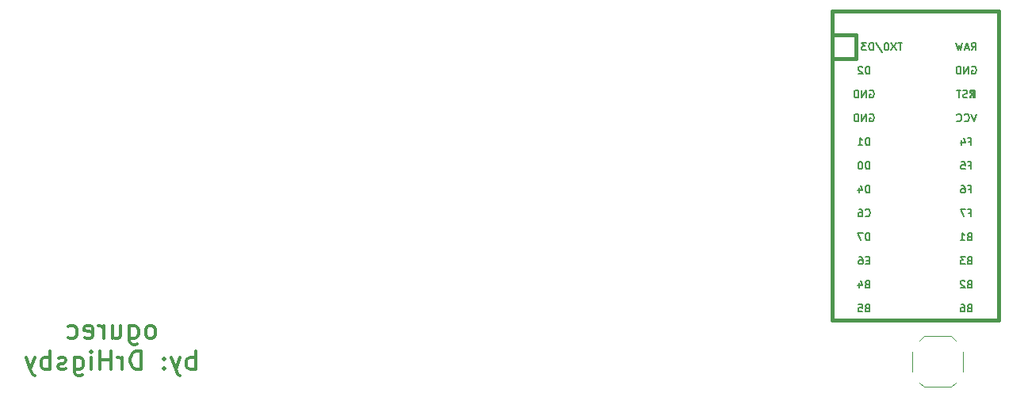
<source format=gbr>
%TF.GenerationSoftware,KiCad,Pcbnew,(5.1.9)-1*%
%TF.CreationDate,2021-06-01T11:31:06-07:00*%
%TF.ProjectId,ogurec,6f677572-6563-42e6-9b69-6361645f7063,rev?*%
%TF.SameCoordinates,Original*%
%TF.FileFunction,Legend,Bot*%
%TF.FilePolarity,Positive*%
%FSLAX46Y46*%
G04 Gerber Fmt 4.6, Leading zero omitted, Abs format (unit mm)*
G04 Created by KiCad (PCBNEW (5.1.9)-1) date 2021-06-01 11:31:06*
%MOMM*%
%LPD*%
G01*
G04 APERTURE LIST*
%ADD10C,0.350000*%
%ADD11C,0.120000*%
%ADD12C,0.381000*%
%ADD13C,0.150000*%
G04 APERTURE END LIST*
D10*
X158959014Y-75498341D02*
X159149490Y-75403103D01*
X159244728Y-75307865D01*
X159339966Y-75117389D01*
X159339966Y-74545960D01*
X159244728Y-74355484D01*
X159149490Y-74260246D01*
X158959014Y-74165008D01*
X158673300Y-74165008D01*
X158482823Y-74260246D01*
X158387585Y-74355484D01*
X158292347Y-74545960D01*
X158292347Y-75117389D01*
X158387585Y-75307865D01*
X158482823Y-75403103D01*
X158673300Y-75498341D01*
X158959014Y-75498341D01*
X156578061Y-74165008D02*
X156578061Y-75784056D01*
X156673300Y-75974532D01*
X156768538Y-76069770D01*
X156959014Y-76165008D01*
X157244728Y-76165008D01*
X157435204Y-76069770D01*
X156578061Y-75403103D02*
X156768538Y-75498341D01*
X157149490Y-75498341D01*
X157339966Y-75403103D01*
X157435204Y-75307865D01*
X157530442Y-75117389D01*
X157530442Y-74545960D01*
X157435204Y-74355484D01*
X157339966Y-74260246D01*
X157149490Y-74165008D01*
X156768538Y-74165008D01*
X156578061Y-74260246D01*
X154768538Y-74165008D02*
X154768538Y-75498341D01*
X155625680Y-74165008D02*
X155625680Y-75212627D01*
X155530442Y-75403103D01*
X155339966Y-75498341D01*
X155054252Y-75498341D01*
X154863776Y-75403103D01*
X154768538Y-75307865D01*
X153816157Y-75498341D02*
X153816157Y-74165008D01*
X153816157Y-74545960D02*
X153720919Y-74355484D01*
X153625680Y-74260246D01*
X153435204Y-74165008D01*
X153244728Y-74165008D01*
X151816157Y-75403103D02*
X152006633Y-75498341D01*
X152387585Y-75498341D01*
X152578061Y-75403103D01*
X152673300Y-75212627D01*
X152673300Y-74450722D01*
X152578061Y-74260246D01*
X152387585Y-74165008D01*
X152006633Y-74165008D01*
X151816157Y-74260246D01*
X151720919Y-74450722D01*
X151720919Y-74641199D01*
X152673300Y-74831675D01*
X150006633Y-75403103D02*
X150197109Y-75498341D01*
X150578061Y-75498341D01*
X150768538Y-75403103D01*
X150863776Y-75307865D01*
X150959014Y-75117389D01*
X150959014Y-74545960D01*
X150863776Y-74355484D01*
X150768538Y-74260246D01*
X150578061Y-74165008D01*
X150197109Y-74165008D01*
X150006633Y-74260246D01*
X163625680Y-78848341D02*
X163625680Y-76848341D01*
X163625680Y-77610246D02*
X163435204Y-77515008D01*
X163054252Y-77515008D01*
X162863776Y-77610246D01*
X162768538Y-77705484D01*
X162673300Y-77895960D01*
X162673300Y-78467389D01*
X162768538Y-78657865D01*
X162863776Y-78753103D01*
X163054252Y-78848341D01*
X163435204Y-78848341D01*
X163625680Y-78753103D01*
X162006633Y-77515008D02*
X161530442Y-78848341D01*
X161054252Y-77515008D02*
X161530442Y-78848341D01*
X161720919Y-79324532D01*
X161816157Y-79419770D01*
X162006633Y-79515008D01*
X160292347Y-78657865D02*
X160197109Y-78753103D01*
X160292347Y-78848341D01*
X160387585Y-78753103D01*
X160292347Y-78657865D01*
X160292347Y-78848341D01*
X160292347Y-77610246D02*
X160197109Y-77705484D01*
X160292347Y-77800722D01*
X160387585Y-77705484D01*
X160292347Y-77610246D01*
X160292347Y-77800722D01*
X157816157Y-78848341D02*
X157816157Y-76848341D01*
X157339966Y-76848341D01*
X157054252Y-76943580D01*
X156863776Y-77134056D01*
X156768538Y-77324532D01*
X156673300Y-77705484D01*
X156673300Y-77991199D01*
X156768538Y-78372151D01*
X156863776Y-78562627D01*
X157054252Y-78753103D01*
X157339966Y-78848341D01*
X157816157Y-78848341D01*
X155816157Y-78848341D02*
X155816157Y-77515008D01*
X155816157Y-77895960D02*
X155720919Y-77705484D01*
X155625680Y-77610246D01*
X155435204Y-77515008D01*
X155244728Y-77515008D01*
X154578061Y-78848341D02*
X154578061Y-76848341D01*
X154578061Y-77800722D02*
X153435204Y-77800722D01*
X153435204Y-78848341D02*
X153435204Y-76848341D01*
X152482823Y-78848341D02*
X152482823Y-77515008D01*
X152482823Y-76848341D02*
X152578061Y-76943580D01*
X152482823Y-77038818D01*
X152387585Y-76943580D01*
X152482823Y-76848341D01*
X152482823Y-77038818D01*
X150673300Y-77515008D02*
X150673300Y-79134056D01*
X150768538Y-79324532D01*
X150863776Y-79419770D01*
X151054252Y-79515008D01*
X151339966Y-79515008D01*
X151530442Y-79419770D01*
X150673300Y-78753103D02*
X150863776Y-78848341D01*
X151244728Y-78848341D01*
X151435204Y-78753103D01*
X151530442Y-78657865D01*
X151625680Y-78467389D01*
X151625680Y-77895960D01*
X151530442Y-77705484D01*
X151435204Y-77610246D01*
X151244728Y-77515008D01*
X150863776Y-77515008D01*
X150673300Y-77610246D01*
X149816157Y-78753103D02*
X149625680Y-78848341D01*
X149244728Y-78848341D01*
X149054252Y-78753103D01*
X148959014Y-78562627D01*
X148959014Y-78467389D01*
X149054252Y-78276913D01*
X149244728Y-78181675D01*
X149530442Y-78181675D01*
X149720919Y-78086437D01*
X149816157Y-77895960D01*
X149816157Y-77800722D01*
X149720919Y-77610246D01*
X149530442Y-77515008D01*
X149244728Y-77515008D01*
X149054252Y-77610246D01*
X148101871Y-78848341D02*
X148101871Y-76848341D01*
X148101871Y-77610246D02*
X147911395Y-77515008D01*
X147530442Y-77515008D01*
X147339966Y-77610246D01*
X147244728Y-77705484D01*
X147149490Y-77895960D01*
X147149490Y-78467389D01*
X147244728Y-78657865D01*
X147339966Y-78753103D01*
X147530442Y-78848341D01*
X147911395Y-78848341D01*
X148101871Y-78753103D01*
X146482823Y-77515008D02*
X146006633Y-78848341D01*
X145530442Y-77515008D02*
X146006633Y-78848341D01*
X146197109Y-79324532D01*
X146292347Y-79419770D01*
X146482823Y-79515008D01*
D11*
%TO.C,RESET1*%
X240167704Y-76946003D02*
X240167704Y-79026003D01*
X244337704Y-80706003D02*
X244827704Y-80216003D01*
X245607704Y-76946003D02*
X245607704Y-79026003D01*
X241437704Y-80706003D02*
X240947704Y-80216003D01*
X241437704Y-80706003D02*
X244337704Y-80706003D01*
X241437704Y-75266003D02*
X240947704Y-75756003D01*
X241437704Y-75266003D02*
X244337704Y-75266003D01*
X244337704Y-75266003D02*
X244827704Y-75756003D01*
D12*
%TO.C,PM1*%
X234156452Y-45640674D02*
X231616452Y-45640674D01*
X234156452Y-43100674D02*
X234156452Y-45640674D01*
D13*
G36*
X246551087Y-49389704D02*
G01*
X246551087Y-49489704D01*
X246651087Y-49489704D01*
X246651087Y-49389704D01*
X246551087Y-49389704D01*
G37*
X246551087Y-49389704D02*
X246551087Y-49489704D01*
X246651087Y-49489704D01*
X246651087Y-49389704D01*
X246551087Y-49389704D01*
G36*
X246751087Y-48989704D02*
G01*
X246751087Y-49789704D01*
X246851087Y-49789704D01*
X246851087Y-48989704D01*
X246751087Y-48989704D01*
G37*
X246751087Y-48989704D02*
X246751087Y-49789704D01*
X246851087Y-49789704D01*
X246851087Y-48989704D01*
X246751087Y-48989704D01*
G36*
X246351087Y-49589704D02*
G01*
X246351087Y-49789704D01*
X246451087Y-49789704D01*
X246451087Y-49589704D01*
X246351087Y-49589704D01*
G37*
X246351087Y-49589704D02*
X246351087Y-49789704D01*
X246451087Y-49789704D01*
X246451087Y-49589704D01*
X246351087Y-49589704D01*
G36*
X246351087Y-48989704D02*
G01*
X246351087Y-49289704D01*
X246451087Y-49289704D01*
X246451087Y-48989704D01*
X246351087Y-48989704D01*
G37*
X246351087Y-48989704D02*
X246351087Y-49289704D01*
X246451087Y-49289704D01*
X246451087Y-48989704D01*
X246351087Y-48989704D01*
G36*
X246351087Y-48989704D02*
G01*
X246351087Y-49089704D01*
X246851087Y-49089704D01*
X246851087Y-48989704D01*
X246351087Y-48989704D01*
G37*
X246351087Y-48989704D02*
X246351087Y-49089704D01*
X246851087Y-49089704D01*
X246851087Y-48989704D01*
X246351087Y-48989704D01*
D12*
X249396452Y-73580674D02*
X249396452Y-40560674D01*
X231616452Y-73580674D02*
X249396452Y-73580674D01*
X231616452Y-40560674D02*
X231616452Y-73580674D01*
X249396452Y-40560674D02*
X231616452Y-40560674D01*
X234156452Y-43100674D02*
X231616452Y-43100674D01*
D13*
X246079785Y-49754483D02*
X245965499Y-49792578D01*
X245775023Y-49792578D01*
X245698832Y-49754483D01*
X245660737Y-49716388D01*
X245622642Y-49640197D01*
X245622642Y-49564007D01*
X245660737Y-49487816D01*
X245698832Y-49449721D01*
X245775023Y-49411626D01*
X245927404Y-49373531D01*
X246003594Y-49335435D01*
X246041690Y-49297340D01*
X246079785Y-49221150D01*
X246079785Y-49144959D01*
X246041690Y-49068769D01*
X246003594Y-49030674D01*
X245927404Y-48992578D01*
X245736928Y-48992578D01*
X245622642Y-49030674D01*
X245394071Y-48992578D02*
X244936928Y-48992578D01*
X245165499Y-49792578D02*
X245165499Y-48992578D01*
X239125056Y-43932578D02*
X238667913Y-43932578D01*
X238896484Y-44732578D02*
X238896484Y-43932578D01*
X238477437Y-43932578D02*
X237944103Y-44732578D01*
X237944103Y-43932578D02*
X238477437Y-44732578D01*
X237486960Y-43932578D02*
X237410770Y-43932578D01*
X237334580Y-43970674D01*
X237296484Y-44008769D01*
X237258389Y-44084959D01*
X237220294Y-44237340D01*
X237220294Y-44427816D01*
X237258389Y-44580197D01*
X237296484Y-44656388D01*
X237334580Y-44694483D01*
X237410770Y-44732578D01*
X237486960Y-44732578D01*
X237563151Y-44694483D01*
X237601246Y-44656388D01*
X237639341Y-44580197D01*
X237677437Y-44427816D01*
X237677437Y-44237340D01*
X237639341Y-44084959D01*
X237601246Y-44008769D01*
X237563151Y-43970674D01*
X237486960Y-43932578D01*
X236306008Y-43894483D02*
X236991722Y-44923054D01*
X236039341Y-44732578D02*
X236039341Y-43932578D01*
X235848865Y-43932578D01*
X235734580Y-43970674D01*
X235658389Y-44046864D01*
X235620294Y-44123054D01*
X235582199Y-44275435D01*
X235582199Y-44389721D01*
X235620294Y-44542102D01*
X235658389Y-44618293D01*
X235734580Y-44694483D01*
X235848865Y-44732578D01*
X236039341Y-44732578D01*
X235315532Y-43932578D02*
X234820294Y-43932578D01*
X235086960Y-44237340D01*
X234972675Y-44237340D01*
X234896484Y-44275435D01*
X234858389Y-44313531D01*
X234820294Y-44389721D01*
X234820294Y-44580197D01*
X234858389Y-44656388D01*
X234896484Y-44694483D01*
X234972675Y-44732578D01*
X235201246Y-44732578D01*
X235277437Y-44694483D01*
X235315532Y-44656388D01*
X246291261Y-69713531D02*
X246176975Y-69751626D01*
X246138880Y-69789721D01*
X246100785Y-69865912D01*
X246100785Y-69980197D01*
X246138880Y-70056388D01*
X246176975Y-70094483D01*
X246253166Y-70132578D01*
X246557928Y-70132578D01*
X246557928Y-69332578D01*
X246291261Y-69332578D01*
X246215071Y-69370674D01*
X246176975Y-69408769D01*
X246138880Y-69484959D01*
X246138880Y-69561150D01*
X246176975Y-69637340D01*
X246215071Y-69675435D01*
X246291261Y-69713531D01*
X246557928Y-69713531D01*
X245796023Y-69408769D02*
X245757928Y-69370674D01*
X245681737Y-69332578D01*
X245491261Y-69332578D01*
X245415071Y-69370674D01*
X245376975Y-69408769D01*
X245338880Y-69484959D01*
X245338880Y-69561150D01*
X245376975Y-69675435D01*
X245834118Y-70132578D01*
X245338880Y-70132578D01*
X246234118Y-62093531D02*
X246500785Y-62093531D01*
X246500785Y-62512578D02*
X246500785Y-61712578D01*
X246119832Y-61712578D01*
X245891261Y-61712578D02*
X245357928Y-61712578D01*
X245700785Y-62512578D01*
X246234118Y-59553531D02*
X246500785Y-59553531D01*
X246500785Y-59972578D02*
X246500785Y-59172578D01*
X246119832Y-59172578D01*
X245472213Y-59172578D02*
X245624594Y-59172578D01*
X245700785Y-59210674D01*
X245738880Y-59248769D01*
X245815071Y-59363054D01*
X245853166Y-59515435D01*
X245853166Y-59820197D01*
X245815071Y-59896388D01*
X245776975Y-59934483D01*
X245700785Y-59972578D01*
X245548404Y-59972578D01*
X245472213Y-59934483D01*
X245434118Y-59896388D01*
X245396023Y-59820197D01*
X245396023Y-59629721D01*
X245434118Y-59553531D01*
X245472213Y-59515435D01*
X245548404Y-59477340D01*
X245700785Y-59477340D01*
X245776975Y-59515435D01*
X245815071Y-59553531D01*
X245853166Y-59629721D01*
X246234118Y-57013531D02*
X246500785Y-57013531D01*
X246500785Y-57432578D02*
X246500785Y-56632578D01*
X246119832Y-56632578D01*
X245434118Y-56632578D02*
X245815071Y-56632578D01*
X245853166Y-57013531D01*
X245815071Y-56975435D01*
X245738880Y-56937340D01*
X245548404Y-56937340D01*
X245472213Y-56975435D01*
X245434118Y-57013531D01*
X245396023Y-57089721D01*
X245396023Y-57280197D01*
X245434118Y-57356388D01*
X245472213Y-57394483D01*
X245548404Y-57432578D01*
X245738880Y-57432578D01*
X245815071Y-57394483D01*
X245853166Y-57356388D01*
X246519832Y-44732578D02*
X246786499Y-44351626D01*
X246976975Y-44732578D02*
X246976975Y-43932578D01*
X246672213Y-43932578D01*
X246596023Y-43970674D01*
X246557928Y-44008769D01*
X246519832Y-44084959D01*
X246519832Y-44199245D01*
X246557928Y-44275435D01*
X246596023Y-44313531D01*
X246672213Y-44351626D01*
X246976975Y-44351626D01*
X246215071Y-44504007D02*
X245834118Y-44504007D01*
X246291261Y-44732578D02*
X246024594Y-43932578D01*
X245757928Y-44732578D01*
X245567452Y-43932578D02*
X245376975Y-44732578D01*
X245224594Y-44161150D01*
X245072213Y-44732578D01*
X244881737Y-43932578D01*
X246576975Y-46510674D02*
X246653166Y-46472578D01*
X246767452Y-46472578D01*
X246881737Y-46510674D01*
X246957928Y-46586864D01*
X246996023Y-46663054D01*
X247034118Y-46815435D01*
X247034118Y-46929721D01*
X246996023Y-47082102D01*
X246957928Y-47158293D01*
X246881737Y-47234483D01*
X246767452Y-47272578D01*
X246691261Y-47272578D01*
X246576975Y-47234483D01*
X246538880Y-47196388D01*
X246538880Y-46929721D01*
X246691261Y-46929721D01*
X246196023Y-47272578D02*
X246196023Y-46472578D01*
X245738880Y-47272578D01*
X245738880Y-46472578D01*
X245357928Y-47272578D02*
X245357928Y-46472578D01*
X245167452Y-46472578D01*
X245053166Y-46510674D01*
X244976975Y-46586864D01*
X244938880Y-46663054D01*
X244900785Y-46815435D01*
X244900785Y-46929721D01*
X244938880Y-47082102D01*
X244976975Y-47158293D01*
X245053166Y-47234483D01*
X245167452Y-47272578D01*
X245357928Y-47272578D01*
X247034118Y-51552578D02*
X246767452Y-52352578D01*
X246500785Y-51552578D01*
X245776975Y-52276388D02*
X245815071Y-52314483D01*
X245929356Y-52352578D01*
X246005547Y-52352578D01*
X246119832Y-52314483D01*
X246196023Y-52238293D01*
X246234118Y-52162102D01*
X246272213Y-52009721D01*
X246272213Y-51895435D01*
X246234118Y-51743054D01*
X246196023Y-51666864D01*
X246119832Y-51590674D01*
X246005547Y-51552578D01*
X245929356Y-51552578D01*
X245815071Y-51590674D01*
X245776975Y-51628769D01*
X244976975Y-52276388D02*
X245015071Y-52314483D01*
X245129356Y-52352578D01*
X245205547Y-52352578D01*
X245319832Y-52314483D01*
X245396023Y-52238293D01*
X245434118Y-52162102D01*
X245472213Y-52009721D01*
X245472213Y-51895435D01*
X245434118Y-51743054D01*
X245396023Y-51666864D01*
X245319832Y-51590674D01*
X245205547Y-51552578D01*
X245129356Y-51552578D01*
X245015071Y-51590674D01*
X244976975Y-51628769D01*
X246234118Y-54473531D02*
X246500785Y-54473531D01*
X246500785Y-54892578D02*
X246500785Y-54092578D01*
X246119832Y-54092578D01*
X245472213Y-54359245D02*
X245472213Y-54892578D01*
X245662690Y-54054483D02*
X245853166Y-54625912D01*
X245357928Y-54625912D01*
X246291261Y-64633531D02*
X246176975Y-64671626D01*
X246138880Y-64709721D01*
X246100785Y-64785912D01*
X246100785Y-64900197D01*
X246138880Y-64976388D01*
X246176975Y-65014483D01*
X246253166Y-65052578D01*
X246557928Y-65052578D01*
X246557928Y-64252578D01*
X246291261Y-64252578D01*
X246215071Y-64290674D01*
X246176975Y-64328769D01*
X246138880Y-64404959D01*
X246138880Y-64481150D01*
X246176975Y-64557340D01*
X246215071Y-64595435D01*
X246291261Y-64633531D01*
X246557928Y-64633531D01*
X245338880Y-65052578D02*
X245796023Y-65052578D01*
X245567452Y-65052578D02*
X245567452Y-64252578D01*
X245643642Y-64366864D01*
X245719832Y-64443054D01*
X245796023Y-64481150D01*
X246291261Y-67173531D02*
X246176975Y-67211626D01*
X246138880Y-67249721D01*
X246100785Y-67325912D01*
X246100785Y-67440197D01*
X246138880Y-67516388D01*
X246176975Y-67554483D01*
X246253166Y-67592578D01*
X246557928Y-67592578D01*
X246557928Y-66792578D01*
X246291261Y-66792578D01*
X246215071Y-66830674D01*
X246176975Y-66868769D01*
X246138880Y-66944959D01*
X246138880Y-67021150D01*
X246176975Y-67097340D01*
X246215071Y-67135435D01*
X246291261Y-67173531D01*
X246557928Y-67173531D01*
X245834118Y-66792578D02*
X245338880Y-66792578D01*
X245605547Y-67097340D01*
X245491261Y-67097340D01*
X245415071Y-67135435D01*
X245376975Y-67173531D01*
X245338880Y-67249721D01*
X245338880Y-67440197D01*
X245376975Y-67516388D01*
X245415071Y-67554483D01*
X245491261Y-67592578D01*
X245719832Y-67592578D01*
X245796023Y-67554483D01*
X245834118Y-67516388D01*
X246291261Y-72253531D02*
X246176975Y-72291626D01*
X246138880Y-72329721D01*
X246100785Y-72405912D01*
X246100785Y-72520197D01*
X246138880Y-72596388D01*
X246176975Y-72634483D01*
X246253166Y-72672578D01*
X246557928Y-72672578D01*
X246557928Y-71872578D01*
X246291261Y-71872578D01*
X246215071Y-71910674D01*
X246176975Y-71948769D01*
X246138880Y-72024959D01*
X246138880Y-72101150D01*
X246176975Y-72177340D01*
X246215071Y-72215435D01*
X246291261Y-72253531D01*
X246557928Y-72253531D01*
X245415071Y-71872578D02*
X245567452Y-71872578D01*
X245643642Y-71910674D01*
X245681737Y-71948769D01*
X245757928Y-72063054D01*
X245796023Y-72215435D01*
X245796023Y-72520197D01*
X245757928Y-72596388D01*
X245719832Y-72634483D01*
X245643642Y-72672578D01*
X245491261Y-72672578D01*
X245415071Y-72634483D01*
X245376975Y-72596388D01*
X245338880Y-72520197D01*
X245338880Y-72329721D01*
X245376975Y-72253531D01*
X245415071Y-72215435D01*
X245491261Y-72177340D01*
X245643642Y-72177340D01*
X245719832Y-72215435D01*
X245757928Y-72253531D01*
X245796023Y-72329721D01*
X235369261Y-72253531D02*
X235254975Y-72291626D01*
X235216880Y-72329721D01*
X235178785Y-72405912D01*
X235178785Y-72520197D01*
X235216880Y-72596388D01*
X235254975Y-72634483D01*
X235331166Y-72672578D01*
X235635928Y-72672578D01*
X235635928Y-71872578D01*
X235369261Y-71872578D01*
X235293071Y-71910674D01*
X235254975Y-71948769D01*
X235216880Y-72024959D01*
X235216880Y-72101150D01*
X235254975Y-72177340D01*
X235293071Y-72215435D01*
X235369261Y-72253531D01*
X235635928Y-72253531D01*
X234454975Y-71872578D02*
X234835928Y-71872578D01*
X234874023Y-72253531D01*
X234835928Y-72215435D01*
X234759737Y-72177340D01*
X234569261Y-72177340D01*
X234493071Y-72215435D01*
X234454975Y-72253531D01*
X234416880Y-72329721D01*
X234416880Y-72520197D01*
X234454975Y-72596388D01*
X234493071Y-72634483D01*
X234569261Y-72672578D01*
X234759737Y-72672578D01*
X234835928Y-72634483D01*
X234874023Y-72596388D01*
X235369261Y-69713531D02*
X235254975Y-69751626D01*
X235216880Y-69789721D01*
X235178785Y-69865912D01*
X235178785Y-69980197D01*
X235216880Y-70056388D01*
X235254975Y-70094483D01*
X235331166Y-70132578D01*
X235635928Y-70132578D01*
X235635928Y-69332578D01*
X235369261Y-69332578D01*
X235293071Y-69370674D01*
X235254975Y-69408769D01*
X235216880Y-69484959D01*
X235216880Y-69561150D01*
X235254975Y-69637340D01*
X235293071Y-69675435D01*
X235369261Y-69713531D01*
X235635928Y-69713531D01*
X234493071Y-69599245D02*
X234493071Y-70132578D01*
X234683547Y-69294483D02*
X234874023Y-69865912D01*
X234378785Y-69865912D01*
X235597832Y-67173531D02*
X235331166Y-67173531D01*
X235216880Y-67592578D02*
X235597832Y-67592578D01*
X235597832Y-66792578D01*
X235216880Y-66792578D01*
X234531166Y-66792578D02*
X234683547Y-66792578D01*
X234759737Y-66830674D01*
X234797832Y-66868769D01*
X234874023Y-66983054D01*
X234912118Y-67135435D01*
X234912118Y-67440197D01*
X234874023Y-67516388D01*
X234835928Y-67554483D01*
X234759737Y-67592578D01*
X234607356Y-67592578D01*
X234531166Y-67554483D01*
X234493071Y-67516388D01*
X234454975Y-67440197D01*
X234454975Y-67249721D01*
X234493071Y-67173531D01*
X234531166Y-67135435D01*
X234607356Y-67097340D01*
X234759737Y-67097340D01*
X234835928Y-67135435D01*
X234874023Y-67173531D01*
X234912118Y-67249721D01*
X235635928Y-65052578D02*
X235635928Y-64252578D01*
X235445452Y-64252578D01*
X235331166Y-64290674D01*
X235254975Y-64366864D01*
X235216880Y-64443054D01*
X235178785Y-64595435D01*
X235178785Y-64709721D01*
X235216880Y-64862102D01*
X235254975Y-64938293D01*
X235331166Y-65014483D01*
X235445452Y-65052578D01*
X235635928Y-65052578D01*
X234912118Y-64252578D02*
X234378785Y-64252578D01*
X234721642Y-65052578D01*
X235178785Y-62436388D02*
X235216880Y-62474483D01*
X235331166Y-62512578D01*
X235407356Y-62512578D01*
X235521642Y-62474483D01*
X235597832Y-62398293D01*
X235635928Y-62322102D01*
X235674023Y-62169721D01*
X235674023Y-62055435D01*
X235635928Y-61903054D01*
X235597832Y-61826864D01*
X235521642Y-61750674D01*
X235407356Y-61712578D01*
X235331166Y-61712578D01*
X235216880Y-61750674D01*
X235178785Y-61788769D01*
X234493071Y-61712578D02*
X234645452Y-61712578D01*
X234721642Y-61750674D01*
X234759737Y-61788769D01*
X234835928Y-61903054D01*
X234874023Y-62055435D01*
X234874023Y-62360197D01*
X234835928Y-62436388D01*
X234797832Y-62474483D01*
X234721642Y-62512578D01*
X234569261Y-62512578D01*
X234493071Y-62474483D01*
X234454975Y-62436388D01*
X234416880Y-62360197D01*
X234416880Y-62169721D01*
X234454975Y-62093531D01*
X234493071Y-62055435D01*
X234569261Y-62017340D01*
X234721642Y-62017340D01*
X234797832Y-62055435D01*
X234835928Y-62093531D01*
X234874023Y-62169721D01*
X235635928Y-59972578D02*
X235635928Y-59172578D01*
X235445452Y-59172578D01*
X235331166Y-59210674D01*
X235254975Y-59286864D01*
X235216880Y-59363054D01*
X235178785Y-59515435D01*
X235178785Y-59629721D01*
X235216880Y-59782102D01*
X235254975Y-59858293D01*
X235331166Y-59934483D01*
X235445452Y-59972578D01*
X235635928Y-59972578D01*
X234493071Y-59439245D02*
X234493071Y-59972578D01*
X234683547Y-59134483D02*
X234874023Y-59705912D01*
X234378785Y-59705912D01*
X235654975Y-49050674D02*
X235731166Y-49012578D01*
X235845452Y-49012578D01*
X235959737Y-49050674D01*
X236035928Y-49126864D01*
X236074023Y-49203054D01*
X236112118Y-49355435D01*
X236112118Y-49469721D01*
X236074023Y-49622102D01*
X236035928Y-49698293D01*
X235959737Y-49774483D01*
X235845452Y-49812578D01*
X235769261Y-49812578D01*
X235654975Y-49774483D01*
X235616880Y-49736388D01*
X235616880Y-49469721D01*
X235769261Y-49469721D01*
X235274023Y-49812578D02*
X235274023Y-49012578D01*
X234816880Y-49812578D01*
X234816880Y-49012578D01*
X234435928Y-49812578D02*
X234435928Y-49012578D01*
X234245452Y-49012578D01*
X234131166Y-49050674D01*
X234054975Y-49126864D01*
X234016880Y-49203054D01*
X233978785Y-49355435D01*
X233978785Y-49469721D01*
X234016880Y-49622102D01*
X234054975Y-49698293D01*
X234131166Y-49774483D01*
X234245452Y-49812578D01*
X234435928Y-49812578D01*
X235654975Y-51590674D02*
X235731166Y-51552578D01*
X235845452Y-51552578D01*
X235959737Y-51590674D01*
X236035928Y-51666864D01*
X236074023Y-51743054D01*
X236112118Y-51895435D01*
X236112118Y-52009721D01*
X236074023Y-52162102D01*
X236035928Y-52238293D01*
X235959737Y-52314483D01*
X235845452Y-52352578D01*
X235769261Y-52352578D01*
X235654975Y-52314483D01*
X235616880Y-52276388D01*
X235616880Y-52009721D01*
X235769261Y-52009721D01*
X235274023Y-52352578D02*
X235274023Y-51552578D01*
X234816880Y-52352578D01*
X234816880Y-51552578D01*
X234435928Y-52352578D02*
X234435928Y-51552578D01*
X234245452Y-51552578D01*
X234131166Y-51590674D01*
X234054975Y-51666864D01*
X234016880Y-51743054D01*
X233978785Y-51895435D01*
X233978785Y-52009721D01*
X234016880Y-52162102D01*
X234054975Y-52238293D01*
X234131166Y-52314483D01*
X234245452Y-52352578D01*
X234435928Y-52352578D01*
X235635928Y-54892578D02*
X235635928Y-54092578D01*
X235445452Y-54092578D01*
X235331166Y-54130674D01*
X235254975Y-54206864D01*
X235216880Y-54283054D01*
X235178785Y-54435435D01*
X235178785Y-54549721D01*
X235216880Y-54702102D01*
X235254975Y-54778293D01*
X235331166Y-54854483D01*
X235445452Y-54892578D01*
X235635928Y-54892578D01*
X234416880Y-54892578D02*
X234874023Y-54892578D01*
X234645452Y-54892578D02*
X234645452Y-54092578D01*
X234721642Y-54206864D01*
X234797832Y-54283054D01*
X234874023Y-54321150D01*
X235635928Y-57432578D02*
X235635928Y-56632578D01*
X235445452Y-56632578D01*
X235331166Y-56670674D01*
X235254975Y-56746864D01*
X235216880Y-56823054D01*
X235178785Y-56975435D01*
X235178785Y-57089721D01*
X235216880Y-57242102D01*
X235254975Y-57318293D01*
X235331166Y-57394483D01*
X235445452Y-57432578D01*
X235635928Y-57432578D01*
X234683547Y-56632578D02*
X234607356Y-56632578D01*
X234531166Y-56670674D01*
X234493071Y-56708769D01*
X234454975Y-56784959D01*
X234416880Y-56937340D01*
X234416880Y-57127816D01*
X234454975Y-57280197D01*
X234493071Y-57356388D01*
X234531166Y-57394483D01*
X234607356Y-57432578D01*
X234683547Y-57432578D01*
X234759737Y-57394483D01*
X234797832Y-57356388D01*
X234835928Y-57280197D01*
X234874023Y-57127816D01*
X234874023Y-56937340D01*
X234835928Y-56784959D01*
X234797832Y-56708769D01*
X234759737Y-56670674D01*
X234683547Y-56632578D01*
X235635928Y-47272578D02*
X235635928Y-46472578D01*
X235445452Y-46472578D01*
X235331166Y-46510674D01*
X235254975Y-46586864D01*
X235216880Y-46663054D01*
X235178785Y-46815435D01*
X235178785Y-46929721D01*
X235216880Y-47082102D01*
X235254975Y-47158293D01*
X235331166Y-47234483D01*
X235445452Y-47272578D01*
X235635928Y-47272578D01*
X234874023Y-46548769D02*
X234835928Y-46510674D01*
X234759737Y-46472578D01*
X234569261Y-46472578D01*
X234493071Y-46510674D01*
X234454975Y-46548769D01*
X234416880Y-46624959D01*
X234416880Y-46701150D01*
X234454975Y-46815435D01*
X234912118Y-47272578D01*
X234416880Y-47272578D01*
%TD*%
M02*

</source>
